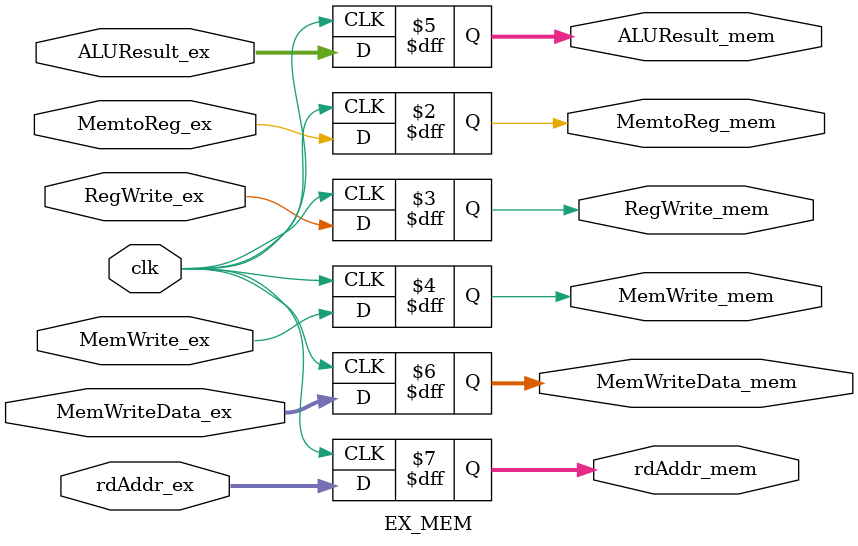
<source format=v>
module EX_MEM (
    // Inputs
    clk, MemtoReg_ex, RegWrite_ex, MemWrite_ex, ALUResult_ex, MemWriteData_ex, rdAddr_ex,
    // Outputs
    MemtoReg_mem, RegWrite_mem, MemWrite_mem, ALUResult_mem, MemWriteData_mem, rdAddr_mem);
    
    input clk;
    input MemtoReg_ex, RegWrite_ex, MemWrite_ex;
    input[31:0] ALUResult_ex, MemWriteData_ex;
    input[4:0] rdAddr_ex;

    output reg MemtoReg_mem, RegWrite_mem, MemWrite_mem;
    output reg [31:0] ALUResult_mem, MemWriteData_mem;
    output reg [4:0] rdAddr_mem;

    always@(posedge clk)
    begin
        MemtoReg_mem        <=  MemtoReg_ex;
        RegWrite_mem        <=  RegWrite_ex;
        MemWrite_mem        <=  MemWrite_ex;
        ALUResult_mem       <=  ALUResult_ex;
        MemWriteData_mem    <=  MemWriteData_ex;
        rdAddr_mem          <=  rdAddr_ex;
    end

endmodule
</source>
